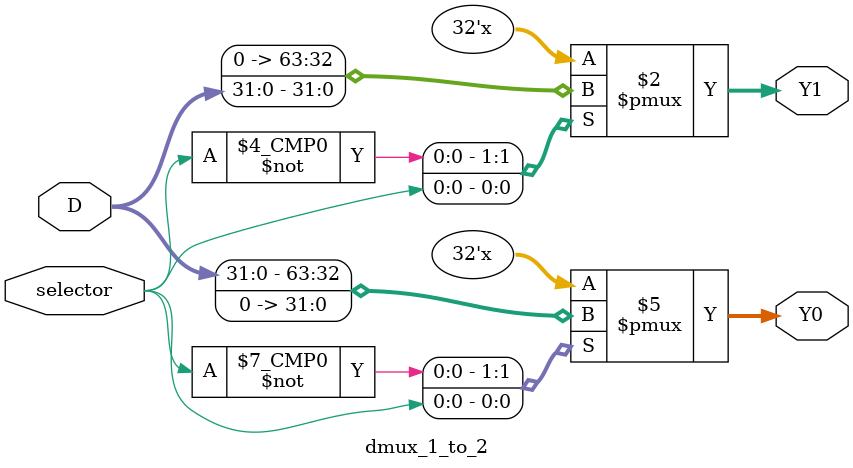
<source format=v>
module dmux_1_to_2 #(
    parameter MXwidth = 32
)
(
    input wire [MXwidth -1 : 0] D,
    input wire selector,
    output reg [MXwidth -1 : 0] Y0,
    output reg [MXwidth -1 : 0] Y1
);

    // Logika kombinasional (kebalikan dari mux 2:1)
    always@(*)begin
        case(selector)
            1'b0: begin
                Y0 = D; // ke Y0 jika selector = 0
                Y1 = {MXwidth{1'b0}};
            end
            1'b1: begin
                Y0 = {MXwidth{1'b0}};
                Y1 = D; // ke Y1 jika selector = 1
            end
            default: begin
                Y0 = {MXwidth{1'b0}};
                Y1 = {MXwidth{1'b0}};
            end
        endcase
    end
    
endmodule

</source>
